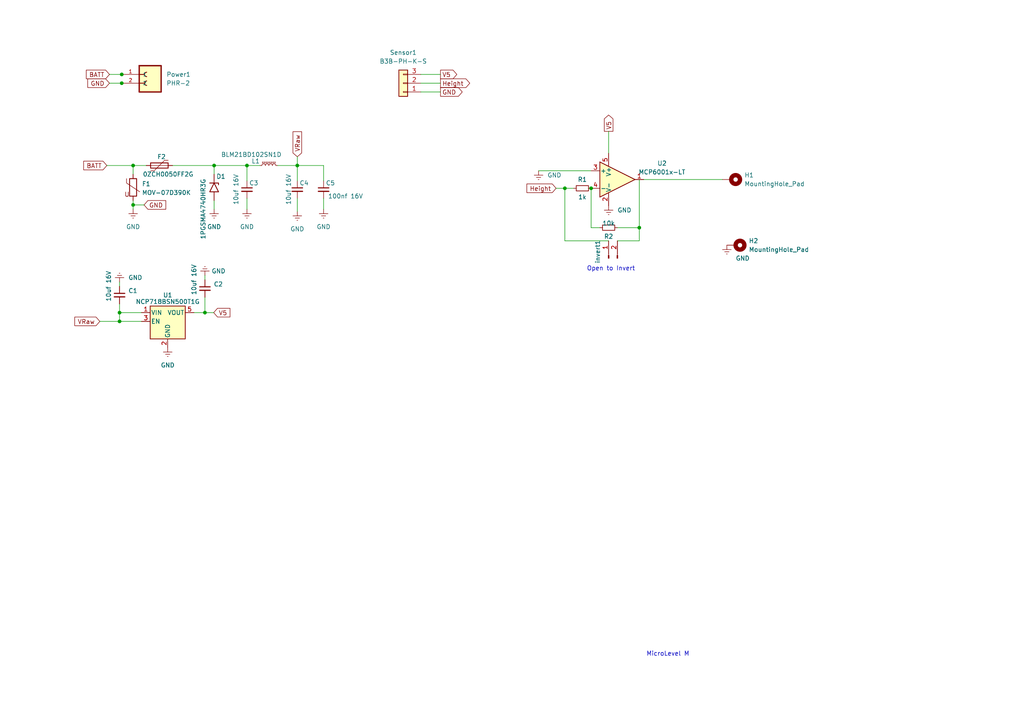
<source format=kicad_sch>
(kicad_sch (version 20211123) (generator eeschema)
  (paper "A4")
  (lib_symbols
    (symbol "Amplifier_Operational:MCP6001x-LT" (pin_names (offset 0.127))
      (property "Reference" "U" (at -1.27 6.35 0))
      (property "Value" "MCP6001x-LT" (at -1.27 3.81 0))
      (symbol "MCP6001x-LT_0_1"
        (polyline (pts (xy -5.08 5.08) (xy 5.08 0) (xy -5.08 -5.08) (xy -5.08 5.08)) (stroke (width 0.254)) (fill (type background)))
        (pin power_in line (at -2.54 -7.62 90) (length 3.81) (name "V-") (number "2"))
        (pin power_in line (at -2.54 7.62 270) (length 3.81) (name "V+") (number "5"))
      )
      (symbol "MCP6001x-LT_1_1"
        (pin output line (at 7.62 0 180) (length 2.54) (name "~") (number "1"))
        (pin input line (at -7.62 2.54 0) (length 2.54) (name "+") (number "3"))
        (pin input line (at -7.62 -2.54 0) (length 2.54) (name "-") (number "4"))
      )
    )
    (symbol "Connector:Conn_01x02_Male" (pin_names (offset 1.016) hide)
      (property "Reference" "J" (at 0 2.54 0))
      (property "Value" "Conn_01x02_Male" (at 0 -5.08 0))
      (symbol "Conn_01x02_Male_1_1"
        (polyline (pts (xy 1.27 -2.54) (xy 0.8636 -2.54)) (stroke (width 0.1524)))
        (polyline (pts (xy 1.27 0) (xy 0.8636 0)) (stroke (width 0.1524)))
        (rectangle (start 0.8636 -2.413) (end 0 -2.667) (stroke (width 0.1524)) (fill (type outline)))
        (rectangle (start 0.8636 0.127) (end 0 -0.127) (stroke (width 0.1524)) (fill (type outline)))
        (pin passive line (at 5.08 0 180) (length 3.81) (name "Pin_1") (number "1"))
        (pin passive line (at 5.08 -2.54 180) (length 3.81) (name "Pin_2") (number "2"))
      )
    )
    (symbol "Device:C_Small" (pin_numbers hide) (pin_names (offset 0.254) hide)
      (property "Reference" "C" (at 0.254 1.778 0))
      (property "Value" "C_Small" (at 0.254 -2.032 0))
      (symbol "C_Small_0_1"
        (polyline (pts (xy -1.524 -0.508) (xy 1.524 -0.508)) (stroke (width 0.3302)))
        (polyline (pts (xy -1.524 0.508) (xy 1.524 0.508)) (stroke (width 0.3048)))
      )
      (symbol "C_Small_1_1"
        (pin passive line (at 0 2.54 270) (length 2.032) (name "~") (number "1"))
        (pin passive line (at 0 -2.54 90) (length 2.032) (name "~") (number "2"))
      )
    )
    (symbol "Device:Polyfuse" (pin_numbers hide) (pin_names (offset 0))
      (property "Reference" "F" (at -2.54 0 90))
      (property "Value" "Polyfuse" (at 2.54 0 90))
      (symbol "Polyfuse_0_1"
        (rectangle (start -0.762 2.54) (end 0.762 -2.54) (stroke (width 0.254)))
        (polyline (pts (xy 0 2.54) (xy 0 -2.54)))
        (polyline (pts (xy -1.524 2.54) (xy -1.524 1.524) (xy 1.524 -1.524) (xy 1.524 -2.54)))
      )
      (symbol "Polyfuse_1_1"
        (pin passive line (at 0 3.81 270) (length 1.27) (name "~") (number "1"))
        (pin passive line (at 0 -3.81 90) (length 1.27) (name "~") (number "2"))
      )
    )
    (symbol "Device:R_Small" (pin_numbers hide) (pin_names (offset 0.254) hide)
      (property "Reference" "R" (at 0.762 0.508 0))
      (property "Value" "R_Small" (at 0.762 -1.016 0))
      (symbol "R_Small_0_1"
        (rectangle (start -0.762 1.778) (end 0.762 -1.778) (stroke (width 0.2032)))
      )
      (symbol "R_Small_1_1"
        (pin passive line (at 0 2.54 270) (length 0.762) (name "~") (number "1"))
        (pin passive line (at 0 -2.54 90) (length 0.762) (name "~") (number "2"))
      )
    )
    (symbol "Device:Varistor" (pin_numbers hide) (pin_names (offset 0))
      (property "Reference" "RV" (at 3.175 0 90))
      (property "Value" "Varistor" (at -3.175 0 90))
      (symbol "Varistor_0_0"
        (text "U" (at -1.778 -2.032 0) (effects (font (size 1.27 1.27))))
      )
      (symbol "Varistor_0_1"
        (rectangle (start -1.016 -2.54) (end 1.016 2.54) (stroke (width 0.254)))
        (polyline (pts (xy -1.905 2.54) (xy -1.905 1.27) (xy 1.905 -1.27)))
      )
      (symbol "Varistor_1_1"
        (pin passive line (at 0 3.81 270) (length 1.27) (name "~") (number "1"))
        (pin passive line (at 0 -3.81 90) (length 1.27) (name "~") (number "2"))
      )
    )
    (symbol "Diode:SM6T22A" (pin_numbers hide) (pin_names (offset 1.016) hide)
      (property "Reference" "D" (at 0 2.54 0))
      (property "Value" "SM6T22A" (at 0 -2.54 0))
      (symbol "SM6T22A_0_1"
        (polyline (pts (xy -0.762 1.27) (xy -1.27 1.27) (xy -1.27 -1.27)) (stroke (width 0.254)))
        (polyline (pts (xy 1.27 1.27) (xy 1.27 -1.27) (xy -1.27 0) (xy 1.27 1.27)) (stroke (width 0.254)))
      )
      (symbol "SM6T22A_1_1"
        (pin passive line (at -3.81 0 0) (length 2.54) (name "A1") (number "1"))
        (pin passive line (at 3.81 0 180) (length 2.54) (name "A2") (number "2"))
      )
    )
    (symbol "MY_KICAD_SCH:B3B-PH-K-S" (pin_names (offset 1.016) hide)
      (property "Reference" "J?" (at 3.175 1.2701 0))
      (property "Value" "B3B-PH-K-S" (at 3.175 -1.2699 0))
      (symbol "B3B-PH-K-S_1_1"
        (rectangle (start -1.27 -2.413) (end 0 -2.667) (stroke (width 0.1524)))
        (rectangle (start -1.27 0.127) (end 0 -0.127) (stroke (width 0.1524)))
        (rectangle (start -1.27 2.667) (end 0 2.413) (stroke (width 0.1524)))
        (rectangle (start -1.27 3.81) (end 1.27 -3.81) (stroke (width 0.254)) (fill (type background)))
        (pin passive line (at -5.08 2.54 0) (length 3.81) (name "Pin_1") (number "1"))
        (pin passive line (at -5.08 0 0) (length 3.81) (name "Pin_2") (number "2"))
        (pin passive line (at -5.08 -2.54 0) (length 3.81) (name "Pin_3") (number "3"))
      )
    )
    (symbol "MY_KICAD_SCH:BLM21BD102SN1D" (pin_numbers hide) (pin_names (offset 0.254) hide)
      (property "Reference" "L?" (at 0 5.715 90))
      (property "Value" "BLM21BD102SN1D" (at 0 3.175 90))
      (symbol "BLM21BD102SN1D_0_1"
        (arc (start 0 -2.032) (mid 0.508 -1.524) (end 0 -1.016))
        (arc (start 0 -1.016) (mid 0.508 -0.508) (end 0 0))
        (polyline (pts (xy 0.762 -1.905) (xy 0.762 -1.651)))
        (polyline (pts (xy 0.762 -1.397) (xy 0.762 -1.143)))
        (polyline (pts (xy 0.762 -0.889) (xy 0.762 -0.635)))
        (polyline (pts (xy 0.762 -0.381) (xy 0.762 -0.127)))
        (polyline (pts (xy 0.762 0.127) (xy 0.762 0.381)))
        (polyline (pts (xy 0.762 0.635) (xy 0.762 0.889)))
        (polyline (pts (xy 0.762 1.143) (xy 0.762 1.397)))
        (polyline (pts (xy 0.762 1.651) (xy 0.762 1.905)))
        (polyline (pts (xy 1.016 -1.651) (xy 1.016 -1.905)))
        (polyline (pts (xy 1.016 -1.143) (xy 1.016 -1.397)))
        (polyline (pts (xy 1.016 -0.635) (xy 1.016 -0.889)))
        (polyline (pts (xy 1.016 -0.127) (xy 1.016 -0.381)))
        (polyline (pts (xy 1.016 0.381) (xy 1.016 0.127)))
        (polyline (pts (xy 1.016 0.889) (xy 1.016 0.635)))
        (polyline (pts (xy 1.016 1.397) (xy 1.016 1.143)))
        (polyline (pts (xy 1.016 1.905) (xy 1.016 1.651)))
        (arc (start 0 0) (mid 0.508 0.508) (end 0 1.016))
        (arc (start 0 1.016) (mid 0.508 1.524) (end 0 2.032))
      )
      (symbol "BLM21BD102SN1D_1_1"
        (pin passive line (at 0 2.54 270) (length 0.508) (name "~") (number "1"))
        (pin passive line (at 0 -2.54 90) (length 0.508) (name "~") (number "2"))
      )
    )
    (symbol "MY_KICAD_SCH:GND" (power) (pin_names (offset 0))
      (property "Value" "GND" (at 2.54 1.2701 0))
      (symbol "GND_0_1"
        (polyline (pts (xy -0.635 -1.905) (xy 0.635 -1.905)))
        (polyline (pts (xy -0.127 -2.54) (xy 0.127 -2.54)))
        (polyline (pts (xy 0 -1.27) (xy 0 0)))
        (polyline (pts (xy 1.27 -1.27) (xy -1.27 -1.27)))
      )
      (symbol "GND_1_1"
        (pin power_in line (at 0 0 270) (length 0) hide (name "GND") (number "1"))
      )
    )
    (symbol "MY_KICAD_SCH:NCP718BSN500T1G" (pin_names (offset 0.254))
      (property "Reference" "U2" (at 0 7.62 0))
      (property "Value" "NCP718BSN500T1G" (at 0 5.715 0))
      (symbol "NCP718BSN500T1G_0_1"
        (rectangle (start -5.08 4.445) (end 5.08 -5.08) (stroke (width 0.254)) (fill (type background)))
      )
      (symbol "NCP718BSN500T1G_1_1"
        (pin power_in line (at -7.62 2.54 0) (length 2.54) (name "VIN") (number "1"))
        (pin power_in line (at 0 -7.62 90) (length 2.54) (name "GND") (number "2"))
        (pin input line (at -7.62 0 0) (length 2.54) (name "EN") (number "3"))
        (pin no_connect line (at 5.08 0 180) (length 2.54) hide (name "NC") (number "4"))
        (pin power_out line (at 7.62 2.54 180) (length 2.54) (name "VOUT") (number "5"))
      )
    )
    (symbol "Mechanical:MountingHole_Pad" (pin_numbers hide) (pin_names (offset 1.016) hide)
      (property "Reference" "H" (at 0 6.35 0))
      (property "Value" "MountingHole_Pad" (at 0 4.445 0))
      (symbol "MountingHole_Pad_0_1"
        (circle (center 0 1.27) (radius 1.27) (stroke (width 1.27)))
      )
      (symbol "MountingHole_Pad_1_1"
        (pin input line (at 0 -2.54 90) (length 2.54) (name "1") (number "1"))
      )
    )
    (symbol "PHR-2:PHR-2" (pin_names (offset 1.016))
      (property "Reference" "P" (at -4.064 4.445 0))
      (property "Value" "PHR-2" (at -4.064 -5.08 0))
      (symbol "PHR-2_0_0"
        (rectangle (start -4.064 -3.81) (end 2.286 3.81) (stroke (width 0.4064)) (fill (type background)))
        (arc (start -1.905 -0.635) (mid -2.54 -1.27) (end -1.905 -1.905) (stroke (width 0.254)))
        (arc (start -1.905 1.905) (mid -2.54 1.27) (end -1.905 0.635) (stroke (width 0.254)))
        (polyline (pts (xy -3.81 -1.27) (xy -2.54 -1.27)) (stroke (width 0.254)))
        (polyline (pts (xy -3.81 1.27) (xy -2.54 1.27)) (stroke (width 0.254)))
        (pin passive line (at -9.144 1.27 0) (length 5.08) (name "1") (number "1"))
        (pin passive line (at -9.144 -1.27 0) (length 5.08) (name "2") (number "2"))
      )
    )
  )
  (junction (at 163.83 54.61))
  (junction (at 71.628 48.006))
  (junction (at 171.45 54.61))
  (junction (at 34.671 93.218))
  (junction (at 59.436 90.678))
  (junction (at 86.233 48.006))
  (junction (at 38.608 59.436))
  (junction (at 38.608 48.006))
  (junction (at 185.42 66.04))
  (junction (at 35.306 24.13))
  (junction (at 34.671 90.678))
  (junction (at 62.103 48.006))
  (junction (at 35.306 21.59))
  (wire (pts (xy 86.233 48.006) (xy 93.853 48.006)))
  (wire (pts (xy 59.436 90.678) (xy 61.976 90.678)))
  (wire (pts (xy 50.038 48.006) (xy 62.103 48.006)))
  (wire (pts (xy 156.21 49.53) (xy 171.45 49.53)))
  (wire (pts (xy 93.853 52.451) (xy 93.853 48.006)))
  (wire (pts (xy 56.261 90.678) (xy 59.436 90.678)))
  (wire (pts (xy 171.45 66.04) (xy 171.45 54.61)))
  (wire (pts (xy 80.518 48.006) (xy 86.233 48.006)))
  (wire (pts (xy 86.233 45.466) (xy 86.233 48.006)))
  (wire (pts (xy 127.762 24.13) (xy 122.047 24.13)))
  (wire (pts (xy 38.608 59.436) (xy 41.783 59.436)))
  (wire (pts (xy 35.306 21.59) (xy 35.56 21.59)))
  (wire (pts (xy 62.103 58.166) (xy 62.103 60.706)))
  (wire (pts (xy 185.42 69.85) (xy 185.42 66.04)))
  (wire (pts (xy 38.608 48.006) (xy 42.418 48.006)))
  (wire (pts (xy 34.671 93.218) (xy 34.671 90.678)))
  (wire (pts (xy 31.75 24.13) (xy 35.306 24.13)))
  (wire (pts (xy 71.628 57.531) (xy 71.628 60.706)))
  (wire (pts (xy 185.42 52.07) (xy 185.42 66.04)))
  (wire (pts (xy 71.628 48.006) (xy 71.628 52.451)))
  (wire (pts (xy 38.608 59.436) (xy 38.608 60.706)))
  (wire (pts (xy 34.671 81.788) (xy 34.671 83.058)))
  (wire (pts (xy 173.99 66.04) (xy 171.45 66.04)))
  (wire (pts (xy 38.608 58.166) (xy 38.608 59.436)))
  (wire (pts (xy 31.75 21.59) (xy 35.306 21.59)))
  (wire (pts (xy 71.628 48.006) (xy 62.103 48.006)))
  (wire (pts (xy 28.956 93.218) (xy 34.671 93.218)))
  (wire (pts (xy 35.306 24.13) (xy 35.56 24.13)))
  (wire (pts (xy 93.853 57.531) (xy 93.853 60.706)))
  (wire (pts (xy 86.233 57.531) (xy 86.233 61.341)))
  (wire (pts (xy 38.608 50.546) (xy 38.608 48.006)))
  (wire (pts (xy 161.29 54.61) (xy 163.83 54.61)))
  (wire (pts (xy 185.42 66.04) (xy 179.07 66.04)))
  (wire (pts (xy 163.83 54.61) (xy 163.83 69.85)))
  (wire (pts (xy 30.988 48.006) (xy 38.608 48.006)))
  (wire (pts (xy 176.53 69.85) (xy 163.83 69.85)))
  (wire (pts (xy 86.233 48.006) (xy 86.233 52.451)))
  (wire (pts (xy 163.83 54.61) (xy 166.37 54.61)))
  (wire (pts (xy 176.53 38.1) (xy 176.53 44.45)))
  (wire (pts (xy 186.69 52.07) (xy 209.55 52.07)))
  (wire (pts (xy 179.07 69.85) (xy 185.42 69.85)))
  (wire (pts (xy 34.671 90.678) (xy 34.671 88.138)))
  (wire (pts (xy 127.762 26.67) (xy 122.047 26.67)))
  (wire (pts (xy 59.436 79.883) (xy 59.436 81.153)))
  (wire (pts (xy 127.762 21.59) (xy 122.047 21.59)))
  (wire (pts (xy 59.436 86.233) (xy 59.436 90.678)))
  (wire (pts (xy 41.021 93.218) (xy 34.671 93.218)))
  (wire (pts (xy 75.438 48.006) (xy 71.628 48.006)))
  (wire (pts (xy 62.103 48.006) (xy 62.103 50.546)))
  (wire (pts (xy 41.021 90.678) (xy 34.671 90.678)))
  (text "Open to Invert" (at 170.18 78.74 0) (effects (font (size 1.27 1.27)) (justify left bottom)))
  (text "MicroLevel M" (at 187.452 190.5 0) (effects (font (size 1.27 1.27)) (justify left bottom)))
  (global_label "VRaw" (shape input) (at 28.956 93.218 180) (property "Intersheet References" "${INTERSHEET_REFS}" (effects hide)))
  (global_label "Height" (shape output) (at 127.762 24.13 0) (property "Intersheet References" "${INTERSHEET_REFS}" (effects hide)))
  (global_label "BATT" (shape input) (at 31.75 21.59 180) (property "Intersheet References" "${INTERSHEET_REFS}" (effects hide)))
  (global_label "GND" (shape output) (at 127.762 26.67 0) (property "Intersheet References" "${INTERSHEET_REFS}" (effects hide)))
  (global_label "V5" (shape output) (at 176.53 38.1 90) (property "Intersheet References" "${INTERSHEET_REFS}" (effects hide)))
  (global_label "BATT" (shape input) (at 30.988 48.006 180) (property "Intersheet References" "${INTERSHEET_REFS}" (effects hide)))
  (global_label "VRaw" (shape input) (at 86.233 45.466 90) (property "Intersheet References" "${INTERSHEET_REFS}" (effects hide)))
  (global_label "V5" (shape output) (at 127.762 21.59 0) (property "Intersheet References" "${INTERSHEET_REFS}" (effects hide)))
  (global_label "V5" (shape input) (at 61.976 90.678 0) (property "Intersheet References" "${INTERSHEET_REFS}" (effects hide)))
  (global_label "GND" (shape input) (at 31.75 24.13 180) (property "Intersheet References" "${INTERSHEET_REFS}" (effects hide)))
  (global_label "GND" (shape input) (at 41.783 59.436 0) (property "Intersheet References" "${INTERSHEET_REFS}" (effects hide)))
  (global_label "Height" (shape input) (at 161.29 54.61 180) (property "Intersheet References" "${INTERSHEET_REFS}" (effects hide)))
  (symbol (lib_id "Device:C_Small") (at 34.671 85.598 0) (unit 1)
    (property "Reference" "C1" (at 37.211 84.3342 0) (effects (justify left)))
    (property "Value" "10uf 16V" (at 31.496 87.503 90) (effects (justify left)))
    (property "Footprint" "Capacitor_SMD:C_0805_2012Metric_Pad1.18x1.45mm_HandSolder" (effects hide))
  )
  (symbol (lib_id "MY_KICAD_SCH:GND") (at 210.82 71.12 0) (unit 1)
    (property "Reference" "#PWR0101" (effects hide))
    (property "Value" "GND" (at 213.36 74.93 0) (effects (justify left)))
  )
  (symbol (lib_id "MY_KICAD_SCH:NCP718BSN500T1G") (at 48.641 93.218 0) (unit 1)
    (property "Reference" "U1" (at 48.641 85.598 0))
    (property "Value" "NCP718BSN500T1G" (at 48.641 87.503 0))
    (property "Footprint" "Package_TO_SOT_SMD:SOT-23-5" (effects hide))
    (property "Datasheet" "https://www.onsemi.com/pdf/datasheet/ncp718-d.pdf" (effects hide))
  )
  (symbol (lib_id "Mechanical:MountingHole_Pad") (at 213.36 71.12 270) (unit 1)
    (property "Reference" "H2" (at 217.17 69.8499 90) (effects (justify left)))
    (property "Value" "MountingHole_Pad" (at 217.17 72.3899 90) (effects (justify left)))
    (property "Footprint" "MountingHole:MountingHole_4mm_Pad" (effects hide))
  )
  (symbol (lib_id "Connector:Conn_01x02_Male") (at 176.53 74.93 90) (unit 1)
    (property "Reference" "invert1" (at 173.355 73.025 0))
    (property "Value" "Header_01x02_Male" (effects hide))
    (property "Footprint" "Connector_PinHeader_2.54mm:PinHeader_1x02_P2.54mm_Vertical" (effects hide))
  )
  (symbol (lib_id "Device:Varistor") (at 38.608 54.356 0) (unit 1)
    (property "Reference" "F1" (at 41.148 53.3391 0) (effects (justify left)))
    (property "Value" "MOV-07D390K" (at 41.148 55.8791 0) (effects (justify left)))
    (property "Footprint" "Varistor:RV_Disc_D7mm_W3.4mm_P5mm" (effects hide))
  )
  (symbol (lib_id "Device:Polyfuse") (at 46.228 48.006 90) (unit 1)
    (property "Reference" "F2" (at 46.863 45.466 90))
    (property "Value" "0ZCH0050FF2G" (at 48.768 50.546 90))
    (property "Footprint" "Fuse:Fuse_1206_3216Metric_Pad1.42x1.75mm_HandSolder" (effects hide))
  )
  (symbol (lib_id "PHR-2:PHR-2") (at 44.45 22.86 0) (unit 1)
    (property "Reference" "Power1" (at 48.26 21.5899 0) (effects (justify left)))
    (property "Value" "PHR-2" (at 48.26 24.1299 0) (effects (justify left)))
    (property "Footprint" "JST_PHR-2" (effects hide))
    (property "MANUFACTURER" "JST" (effects hide))
  )
  (symbol (lib_id "MY_KICAD_SCH:GND") (at 93.853 60.706 0) (unit 1)
    (property "Reference" "#PWR08" (effects hide))
    (property "Value" "GND" (at 93.853 65.786 0))
  )
  (symbol (lib_id "Device:R_Small") (at 168.91 54.61 90) (unit 1)
    (property "Reference" "R1" (at 168.91 52.07 90))
    (property "Value" "1k" (at 168.91 57.15 90))
    (property "Footprint" "Resistor_SMD:R_0805_2012Metric" (effects hide))
  )
  (symbol (lib_id "MY_KICAD_SCH:GND") (at 176.53 59.69 0) (unit 1)
    (property "Reference" "#PWR010" (effects hide))
    (property "Value" "GND" (at 179.07 60.9599 0) (effects (justify left)))
  )
  (symbol (lib_id "MY_KICAD_SCH:GND") (at 38.608 60.706 0) (unit 1)
    (property "Reference" "#PWR02" (effects hide))
    (property "Value" "GND" (at 38.608 65.786 0))
  )
  (symbol (lib_id "Diode:SM6T22A") (at 62.103 54.356 270) (unit 1)
    (property "Reference" "D1" (at 62.738 51.181 90) (effects (justify left)))
    (property "Value" "1PGSMA4740HR3G" (at 58.928 51.816 0) (effects (justify left)))
    (property "Footprint" "Diode_SMD:D_SMB" (effects hide))
    (property "Datasheet" "https://www.st.com/resource/en/datasheet/sm6t.pdf" (effects hide))
  )
  (symbol (lib_id "MY_KICAD_SCH:GND") (at 71.628 60.706 0) (unit 1)
    (property "Reference" "#PWR06" (effects hide))
    (property "Value" "GND" (at 71.628 65.786 0))
  )
  (symbol (lib_id "MY_KICAD_SCH:GND") (at 86.233 61.341 0) (unit 1)
    (property "Reference" "#PWR07" (effects hide))
    (property "Value" "GND" (at 86.233 66.421 0))
  )
  (symbol (lib_id "Device:C_Small") (at 93.853 54.991 0) (unit 1)
    (property "Reference" "C5" (at 94.488 53.086 0) (effects (justify left)))
    (property "Value" "100nf 16V" (at 95.123 56.896 0) (effects (justify left)))
    (property "Footprint" "Capacitor_SMD:C_0805_2012Metric_Pad1.18x1.45mm_HandSolder" (effects hide))
  )
  (symbol (lib_id "MY_KICAD_SCH:GND") (at 156.21 49.53 0) (unit 1)
    (property "Reference" "#PWR09" (effects hide))
    (property "Value" "GND" (at 158.75 50.7999 0) (effects (justify left)))
  )
  (symbol (lib_id "MY_KICAD_SCH:GND") (at 59.436 79.883 180) (unit 1)
    (property "Reference" "#PWR04" (effects hide))
    (property "Value" "GND" (at 61.341 78.6129 0) (effects (justify right)))
  )
  (symbol (lib_id "MY_KICAD_SCH:GND") (at 34.671 81.788 180) (unit 1)
    (property "Reference" "#PWR01" (effects hide))
    (property "Value" "GND" (at 37.211 80.5179 0) (effects (justify right)))
  )
  (symbol (lib_id "MY_KICAD_SCH:B3B-PH-K-S") (at 116.967 24.13 180) (unit 1)
    (property "Reference" "Sensor1" (at 116.967 15.24 0))
    (property "Value" "B3B-PH-K-S" (at 116.967 17.78 0))
    (property "Footprint" "Connector_JST:JST_PH_B3B-PH-K_1x03_P2.00mm_Vertical" (effects hide))
  )
  (symbol (lib_id "MY_KICAD_SCH:BLM21BD102SN1D") (at 77.978 48.006 90) (unit 1)
    (property "Reference" "L1" (at 74.168 46.736 90))
    (property "Value" "BLM21BD102SN1D" (at 72.898 44.831 90))
    (property "Footprint" "Inductor_SMD:L_0805_2012Metric" (effects hide))
    (property "Datasheet" "https://www.murata.com/en-us/products/en-us/products/productdata/8796738977822/ENFA0005.pdf" (effects hide))
  )
  (symbol (lib_id "Device:C_Small") (at 86.233 54.991 0) (unit 1)
    (property "Reference" "C4" (at 86.868 53.086 0) (effects (justify left)))
    (property "Value" "10uf 16V" (at 83.693 59.436 90) (effects (justify left)))
    (property "Footprint" "Capacitor_SMD:C_0805_2012Metric_Pad1.18x1.45mm_HandSolder" (effects hide))
  )
  (symbol (lib_id "Mechanical:MountingHole_Pad") (at 212.09 52.07 270) (unit 1)
    (property "Reference" "H1" (at 215.9 50.7999 90) (effects (justify left)))
    (property "Value" "MountingHole_Pad" (at 215.9 53.3399 90) (effects (justify left)))
    (property "Footprint" "MountingHole:MountingHole_4mm_Pad" (effects hide))
  )
  (symbol (lib_id "MY_KICAD_SCH:GND") (at 48.641 100.838 0) (unit 1)
    (property "Reference" "#PWR0102" (effects hide))
    (property "Value" "GND" (at 48.641 105.918 0))
  )
  (symbol (lib_id "Device:C_Small") (at 71.628 54.991 0) (unit 1)
    (property "Reference" "C3" (at 72.263 53.086 0) (effects (justify left)))
    (property "Value" "10uf 16V" (at 68.453 59.436 90) (effects (justify left)))
    (property "Footprint" "Capacitor_SMD:C_0805_2012Metric_Pad1.18x1.45mm_HandSolder" (effects hide))
  )
  (symbol (lib_id "Device:C_Small") (at 59.436 83.693 0) (unit 1)
    (property "Reference" "C2" (at 61.976 82.4292 0) (effects (justify left)))
    (property "Value" "10uf 16V" (at 56.261 85.598 90) (effects (justify left)))
    (property "Footprint" "Capacitor_SMD:C_0805_2012Metric_Pad1.18x1.45mm_HandSolder" (effects hide))
  )
  (symbol (lib_id "Amplifier_Operational:MCP6001x-LT") (at 179.07 52.07 0) (unit 1)
    (property "Reference" "U2" (at 192.024 47.371 0))
    (property "Value" "MCP6001x-LT" (at 192.024 49.911 0))
    (property "Footprint" "Package_TO_SOT_SMD:SOT-353_SC-70-5" (effects hide))
    (property "Datasheet" "http://ww1.microchip.com/downloads/en/DeviceDoc/21733j.pdf" (effects hide))
  )
  (symbol (lib_id "MY_KICAD_SCH:GND") (at 62.103 60.706 0) (unit 1)
    (property "Reference" "#PWR05" (effects hide))
    (property "Value" "GND" (at 62.103 65.786 0))
  )
  (symbol (lib_id "Device:R_Small") (at 176.53 66.04 90) (unit 1)
    (property "Reference" "R2" (at 176.53 68.58 90))
    (property "Value" "10k" (at 176.53 64.77 90))
    (property "Footprint" "Resistor_SMD:R_0805_2012Metric" (effects hide))
  )
)
</source>
